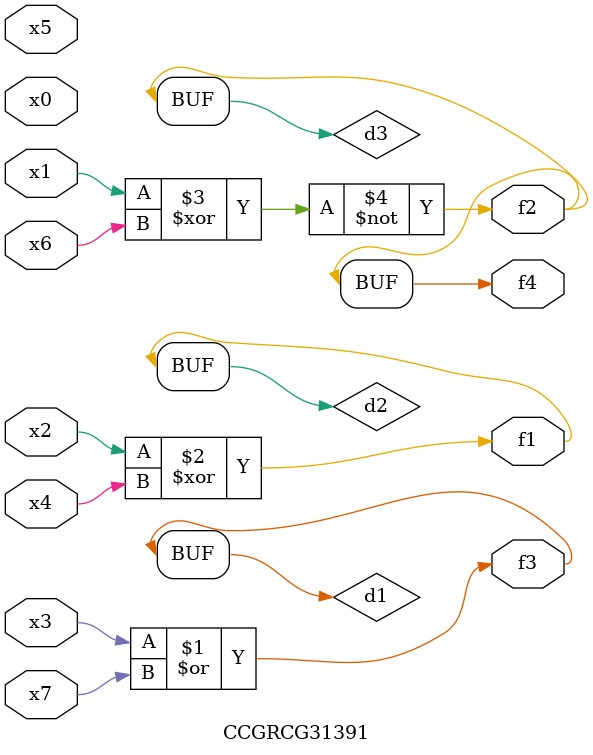
<source format=v>
module CCGRCG31391(
	input x0, x1, x2, x3, x4, x5, x6, x7,
	output f1, f2, f3, f4
);

	wire d1, d2, d3;

	or (d1, x3, x7);
	xor (d2, x2, x4);
	xnor (d3, x1, x6);
	assign f1 = d2;
	assign f2 = d3;
	assign f3 = d1;
	assign f4 = d3;
endmodule

</source>
